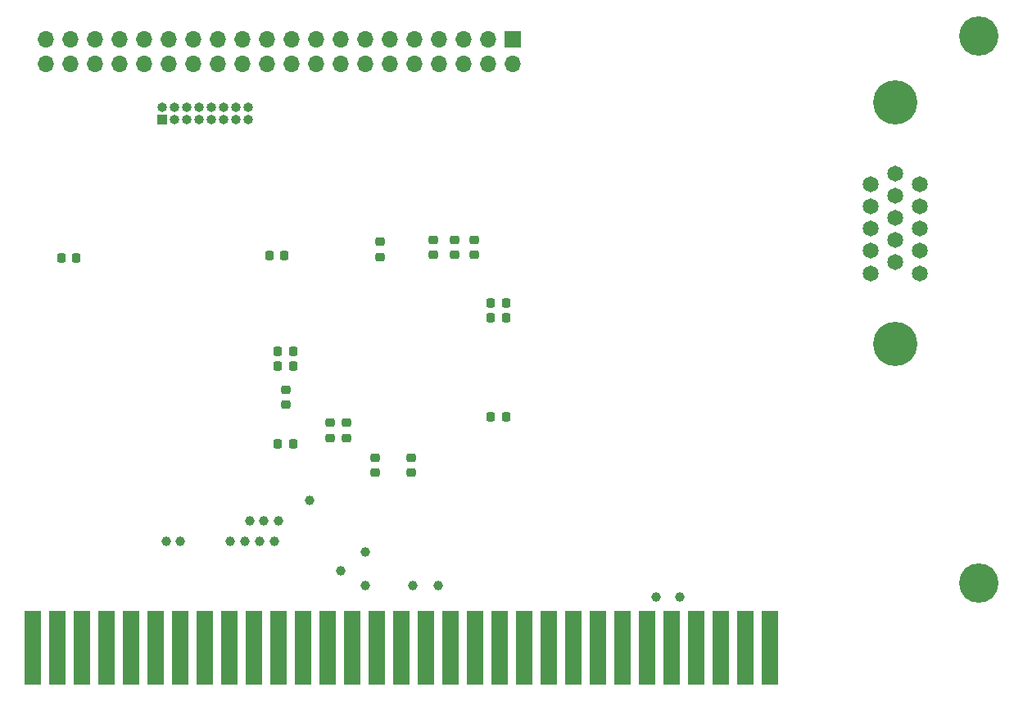
<source format=gbr>
%TF.GenerationSoftware,KiCad,Pcbnew,7.0.8-7.0.8~ubuntu22.04.1*%
%TF.CreationDate,2023-10-10T13:43:41+03:00*%
%TF.ProjectId,minifp,6d696e69-6670-42e6-9b69-6361645f7063,rev?*%
%TF.SameCoordinates,Original*%
%TF.FileFunction,Soldermask,Bot*%
%TF.FilePolarity,Negative*%
%FSLAX46Y46*%
G04 Gerber Fmt 4.6, Leading zero omitted, Abs format (unit mm)*
G04 Created by KiCad (PCBNEW 7.0.8-7.0.8~ubuntu22.04.1) date 2023-10-10 13:43:41*
%MOMM*%
%LPD*%
G01*
G04 APERTURE LIST*
G04 Aperture macros list*
%AMRoundRect*
0 Rectangle with rounded corners*
0 $1 Rounding radius*
0 $2 $3 $4 $5 $6 $7 $8 $9 X,Y pos of 4 corners*
0 Add a 4 corners polygon primitive as box body*
4,1,4,$2,$3,$4,$5,$6,$7,$8,$9,$2,$3,0*
0 Add four circle primitives for the rounded corners*
1,1,$1+$1,$2,$3*
1,1,$1+$1,$4,$5*
1,1,$1+$1,$6,$7*
1,1,$1+$1,$8,$9*
0 Add four rect primitives between the rounded corners*
20,1,$1+$1,$2,$3,$4,$5,0*
20,1,$1+$1,$4,$5,$6,$7,0*
20,1,$1+$1,$6,$7,$8,$9,0*
20,1,$1+$1,$8,$9,$2,$3,0*%
G04 Aperture macros list end*
%ADD10C,1.000000*%
%ADD11C,1.650000*%
%ADD12C,4.575000*%
%ADD13R,1.778000X7.620000*%
%ADD14C,4.064000*%
%ADD15R,1.700000X1.700000*%
%ADD16O,1.700000X1.700000*%
%ADD17R,1.000000X1.000000*%
%ADD18O,1.000000X1.000000*%
%ADD19RoundRect,0.225000X0.225000X0.250000X-0.225000X0.250000X-0.225000X-0.250000X0.225000X-0.250000X0*%
%ADD20RoundRect,0.225000X-0.225000X-0.250000X0.225000X-0.250000X0.225000X0.250000X-0.225000X0.250000X0*%
%ADD21RoundRect,0.225000X-0.250000X0.225000X-0.250000X-0.225000X0.250000X-0.225000X0.250000X0.225000X0*%
%ADD22RoundRect,0.225000X0.250000X-0.225000X0.250000X0.225000X-0.250000X0.225000X-0.250000X-0.225000X0*%
G04 APERTURE END LIST*
D10*
%TO.C,*%
X146750000Y-143500000D03*
%TD*%
%TO.C,*%
X146750000Y-140000000D03*
%TD*%
%TO.C,*%
X144230000Y-141900000D03*
%TD*%
%TO.C,*%
X141000000Y-134620000D03*
%TD*%
%TO.C,*%
X137780000Y-136770000D03*
%TD*%
%TO.C,*%
X136280000Y-136770000D03*
%TD*%
%TO.C,*%
X134780000Y-136770000D03*
%TD*%
%TO.C,*%
X151700000Y-143500000D03*
%TD*%
%TO.C,*%
X154300000Y-143500000D03*
%TD*%
%TO.C,*%
X176840000Y-144630000D03*
%TD*%
%TO.C,*%
X179280000Y-144630000D03*
%TD*%
D11*
%TO.C,J401*%
X199000000Y-102000000D03*
X199000000Y-104290000D03*
X199000000Y-106580000D03*
X199000000Y-108870000D03*
X199000000Y-111160000D03*
X201540000Y-100855000D03*
X201540000Y-103145000D03*
X201540000Y-105435000D03*
X201540000Y-107725000D03*
X201540000Y-110015000D03*
X204080000Y-102000000D03*
X204080000Y-104290000D03*
X204080000Y-106580000D03*
X204080000Y-108870000D03*
X204080000Y-111160000D03*
D12*
X201540000Y-93512000D03*
X201540000Y-118502000D03*
%TD*%
D10*
%TO.C,*%
X126135000Y-138890000D03*
%TD*%
%TO.C,*%
X137310000Y-138900000D03*
%TD*%
%TO.C,*%
X135810000Y-138900000D03*
%TD*%
D13*
%TO.C,J1*%
X188595000Y-149860000D03*
D14*
X210185000Y-86677500D03*
X210185000Y-143192500D03*
D13*
X186055000Y-149860000D03*
X183515000Y-149860000D03*
X180975000Y-149860000D03*
X178435000Y-149860000D03*
X175895000Y-149860000D03*
X173355000Y-149860000D03*
X170815000Y-149860000D03*
X168275000Y-149860000D03*
X165735000Y-149860000D03*
X163195000Y-149860000D03*
X160655000Y-149860000D03*
X158115000Y-149860000D03*
X155575000Y-149860000D03*
X153035000Y-149860000D03*
X150495000Y-149860000D03*
X147955000Y-149860000D03*
X145415000Y-149860000D03*
X142875000Y-149860000D03*
X140335000Y-149860000D03*
X137795000Y-149860000D03*
X135255000Y-149860000D03*
X132715000Y-149860000D03*
X130175000Y-149860000D03*
X127635000Y-149860000D03*
X125095000Y-149860000D03*
X122555000Y-149860000D03*
X120015000Y-149860000D03*
X117475000Y-149860000D03*
X114935000Y-149860000D03*
X112395000Y-149860000D03*
%TD*%
D10*
%TO.C,*%
X127635000Y-138900000D03*
%TD*%
%TO.C,*%
X134310000Y-138900000D03*
%TD*%
%TO.C,*%
X132810000Y-138900000D03*
%TD*%
D15*
%TO.C,J4*%
X162000000Y-87000000D03*
D16*
X162000000Y-89540000D03*
X159460000Y-87000000D03*
X159460000Y-89540000D03*
X156920000Y-87000000D03*
X156920000Y-89540000D03*
X154380000Y-87000000D03*
X154380000Y-89540000D03*
X151840000Y-87000000D03*
X151840000Y-89540000D03*
X149300000Y-87000000D03*
X149300000Y-89540000D03*
X146760000Y-87000000D03*
X146760000Y-89540000D03*
X144220000Y-87000000D03*
X144220000Y-89540000D03*
X141680000Y-87000000D03*
X141680000Y-89540000D03*
X139140000Y-87000000D03*
X139140000Y-89540000D03*
X136600000Y-87000000D03*
X136600000Y-89540000D03*
X134060000Y-87000000D03*
X134060000Y-89540000D03*
X131520000Y-87000000D03*
X131520000Y-89540000D03*
X128980000Y-87000000D03*
X128980000Y-89540000D03*
X126440000Y-87000000D03*
X126440000Y-89540000D03*
X123900000Y-87000000D03*
X123900000Y-89540000D03*
X121360000Y-87000000D03*
X121360000Y-89540000D03*
X118820000Y-87000000D03*
X118820000Y-89540000D03*
X116280000Y-87000000D03*
X116280000Y-89540000D03*
X113740000Y-87000000D03*
X113740000Y-89540000D03*
%TD*%
D17*
%TO.C,J2*%
X125750000Y-95250000D03*
D18*
X125750000Y-93980000D03*
X127020000Y-95250000D03*
X127020000Y-93980000D03*
X128290000Y-95250000D03*
X128290000Y-93980000D03*
X129560000Y-95250000D03*
X129560000Y-93980000D03*
X130830000Y-95250000D03*
X130830000Y-93980000D03*
X132100000Y-95250000D03*
X132100000Y-93980000D03*
X133370000Y-95250000D03*
X133370000Y-93980000D03*
X134640000Y-95250000D03*
X134640000Y-93980000D03*
%TD*%
D19*
%TO.C,C9*%
X138375000Y-109337500D03*
X136825000Y-109337500D03*
%TD*%
%TO.C,C18*%
X116853000Y-109600000D03*
X115303000Y-109600000D03*
%TD*%
D20*
%TO.C,C2*%
X159725000Y-115750000D03*
X161275000Y-115750000D03*
%TD*%
D19*
%TO.C,C19*%
X139275000Y-119250000D03*
X137725000Y-119250000D03*
%TD*%
D21*
%TO.C,C15*%
X147780000Y-130225000D03*
X147780000Y-131775000D03*
%TD*%
D19*
%TO.C,C16*%
X139275000Y-128778000D03*
X137725000Y-128778000D03*
%TD*%
D22*
%TO.C,C5*%
X158000000Y-109275000D03*
X158000000Y-107725000D03*
%TD*%
%TO.C,C4*%
X144780000Y-128185000D03*
X144780000Y-126635000D03*
%TD*%
D19*
%TO.C,C3*%
X139275000Y-120750000D03*
X137725000Y-120750000D03*
%TD*%
D20*
%TO.C,C13*%
X159725000Y-126000000D03*
X161275000Y-126000000D03*
%TD*%
D22*
%TO.C,C6*%
X143080000Y-128185000D03*
X143080000Y-126635000D03*
%TD*%
%TO.C,C1*%
X156000000Y-109275000D03*
X156000000Y-107725000D03*
%TD*%
%TO.C,C17*%
X138500000Y-124750000D03*
X138500000Y-123200000D03*
%TD*%
D21*
%TO.C,C14*%
X151500000Y-130225000D03*
X151500000Y-131775000D03*
%TD*%
D20*
%TO.C,C12*%
X159725000Y-114250000D03*
X161275000Y-114250000D03*
%TD*%
D22*
%TO.C,C10*%
X148280000Y-109475000D03*
X148280000Y-107925000D03*
%TD*%
%TO.C,C11*%
X153780000Y-109275000D03*
X153780000Y-107725000D03*
%TD*%
M02*

</source>
